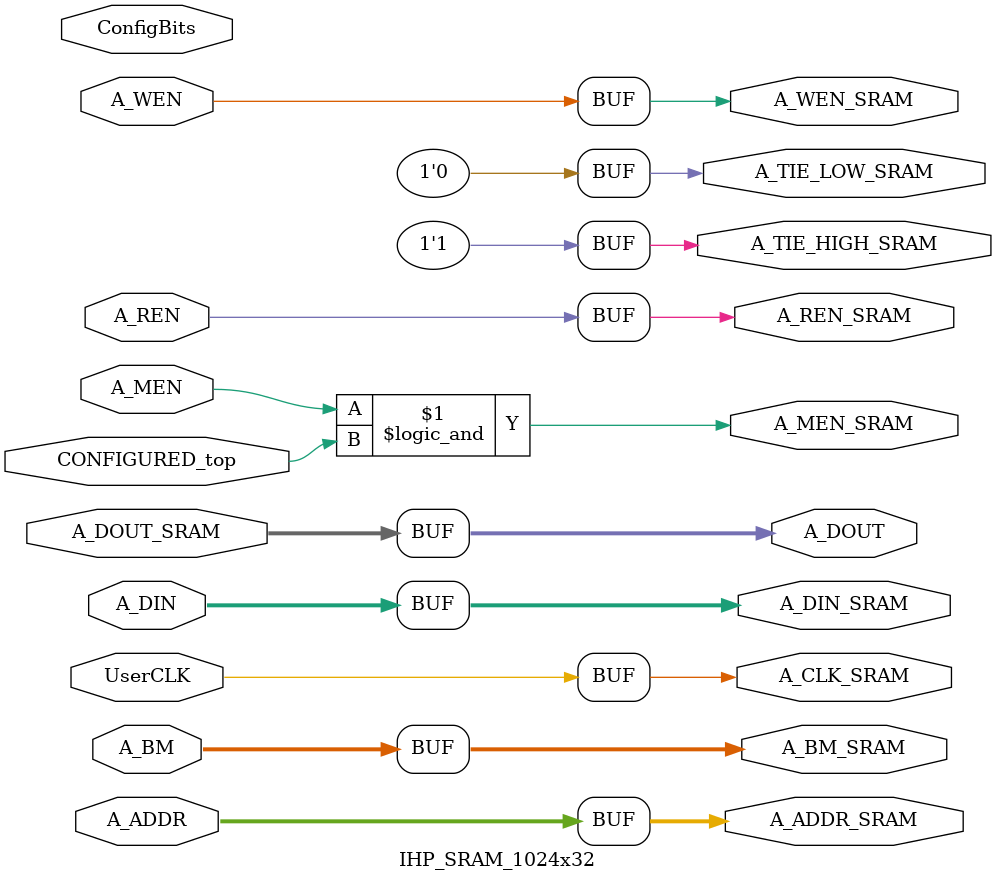
<source format=v>

module IHP_SRAM_1024x32 #(parameter NoConfigBits = 0)(
	// ConfigBits has to be adjusted manually (we don't use an arithmetic parser for the value)
	
	// User design
    input  [(10 - 1) : 0] A_ADDR,
    input  [(32 - 1) : 0] A_DIN,
    input  [(32 - 1) : 0] A_BM,
    input                 A_WEN,
    input                 A_MEN,
    input                 A_REN,
    	output [(32 - 1) : 0] A_DOUT,

	// SRAM
    (* FABulous, EXTERNAL *) output [(10 - 1) : 0] A_ADDR_SRAM,
    (* FABulous, EXTERNAL *) output [(32 - 1) : 0] A_DIN_SRAM,
    (* FABulous, EXTERNAL *) output [(32 - 1) : 0] A_BM_SRAM,
    (* FABulous, EXTERNAL *) output                A_WEN_SRAM,
    (* FABulous, EXTERNAL *) output                A_MEN_SRAM,
    (* FABulous, EXTERNAL *) output                A_REN_SRAM,
    (* FABulous, EXTERNAL *) input  [(32 - 1) : 0] A_DOUT_SRAM,
    
    (* FABulous, EXTERNAL *) output                A_CLK_SRAM,
    
    (* FABulous, EXTERNAL *) output                A_TIE_HIGH_SRAM,
    (* FABulous, EXTERNAL *) output                A_TIE_LOW_SRAM,
    
    (* FABulous, EXTERNAL *) input                 CONFIGURED_top,
    
    // External and shared clock
    (* FABulous, EXTERNAL, SHARED_PORT *) input UserCLK,
    
    	(* FABulous, GLOBAL *) input [NoConfigBits-1:0] ConfigBits
);
    
	assign A_ADDR_SRAM    = A_ADDR;
	assign A_DIN_SRAM     = A_DIN;
	assign A_BM_SRAM      = A_BM;
	assign A_WEN_SRAM     = A_WEN;
	// Only enable the SRAM if the fabric is configured
	assign A_MEN_SRAM     = A_MEN && CONFIGURED_top;
	assign A_REN_SRAM     = A_REN;
	assign A_DOUT         = A_DOUT_SRAM;

	assign A_CLK_SRAM     = UserCLK;
	
	assign A_TIE_HIGH_SRAM = 1'b1;
	assign A_TIE_LOW_SRAM  = 1'b0;

endmodule

</source>
